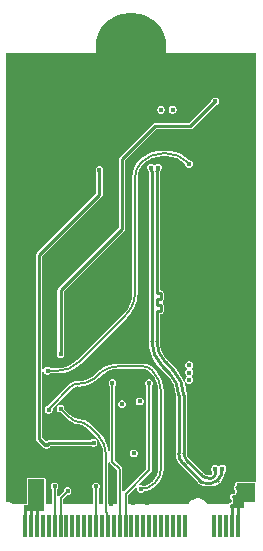
<source format=gbl>
G04*
G04 #@! TF.GenerationSoftware,Altium Limited,Altium Designer,24.4.1 (13)*
G04*
G04 Layer_Physical_Order=4*
G04 Layer_Color=16711680*
%FSLAX44Y44*%
%MOMM*%
G71*
G04*
G04 #@! TF.SameCoordinates,13FF6278-5DA1-4848-AA7E-132AFDE523C9*
G04*
G04*
G04 #@! TF.FilePolarity,Positive*
G04*
G01*
G75*
%ADD57C,0.1905*%
%ADD58C,0.2540*%
%ADD59C,0.2413*%
%ADD62C,0.4064*%
%ADD64R,0.3500X1.9500*%
%ADD65C,0.2032*%
%ADD66C,6.0000*%
G36*
X215922Y54045D02*
X214652Y53204D01*
X199489D01*
X198517Y52801D01*
X198114Y51829D01*
Y50789D01*
X197821Y50081D01*
X197315Y49575D01*
X197226Y49360D01*
X197051Y49205D01*
X196840Y48772D01*
X196818Y48399D01*
X196708Y48042D01*
X196812Y46922D01*
X197030Y46509D01*
X197209Y46078D01*
X197507Y45780D01*
X197801Y45071D01*
Y44304D01*
X197507Y43596D01*
X196965Y43054D01*
X196257Y42761D01*
X195865D01*
X195411Y42572D01*
X194946Y42409D01*
X193872Y41443D01*
X193745Y41178D01*
X193681Y41117D01*
X193641Y41096D01*
X193633Y41072D01*
X193533Y40976D01*
X193446Y40779D01*
X193440Y40542D01*
X193417Y40494D01*
X193438Y40436D01*
X193438Y40426D01*
X193335Y40089D01*
X193372Y39719D01*
X193470Y39535D01*
Y39327D01*
X193709Y39089D01*
X193868Y38791D01*
X193964Y38761D01*
X194634Y38092D01*
X194927Y37383D01*
Y36617D01*
X194634Y35908D01*
X194092Y35366D01*
X193131Y34968D01*
X192937Y34775D01*
X192685Y34670D01*
X192580Y34417D01*
X192555Y34393D01*
X174673D01*
X174123Y35217D01*
X172467Y36872D01*
X171144Y37757D01*
X171144Y37757D01*
X168981Y38652D01*
X168981Y38653D01*
X167421Y38963D01*
X165079D01*
X163519Y38653D01*
X163519Y38652D01*
X161356Y37757D01*
X160033Y36872D01*
X158377Y35217D01*
X157826Y34393D01*
X107326D01*
Y42121D01*
X113650Y48445D01*
X114727Y47726D01*
X114698Y47657D01*
Y46343D01*
X115201Y45130D01*
X116130Y44201D01*
X117343Y43698D01*
X118657D01*
X119870Y44201D01*
X120612Y44942D01*
X121749Y45054D01*
X125353Y46148D01*
X128675Y47923D01*
X131587Y50313D01*
X131588Y50312D01*
X134020Y53276D01*
X135828Y56657D01*
X136941Y60326D01*
X137317Y64142D01*
X137266D01*
Y129479D01*
X137308D01*
X136967Y133813D01*
X135952Y138041D01*
X134288Y142058D01*
X132016Y145765D01*
X129192Y149071D01*
X129215Y149094D01*
X126384Y151266D01*
X123088Y152631D01*
X119551Y153097D01*
Y153023D01*
X99278D01*
Y153065D01*
X94944Y152724D01*
X90716Y151709D01*
X86699Y150045D01*
X83205Y147904D01*
X83205Y147904D01*
X82932Y147642D01*
X82349Y147060D01*
X82347Y147057D01*
X82316Y147027D01*
X79605Y144316D01*
X79575Y144270D01*
X76484Y141734D01*
X72910Y139824D01*
X69033Y138647D01*
X66250Y138373D01*
X65000Y138325D01*
Y138325D01*
X61899Y137917D01*
X59009Y136720D01*
X57510Y135569D01*
X56530Y134818D01*
X56528Y134816D01*
X56569Y134774D01*
X39105Y117309D01*
X39071Y117343D01*
X38930Y117131D01*
X38130Y116799D01*
X37201Y115870D01*
X36698Y114657D01*
Y113343D01*
X37201Y112130D01*
X38130Y111201D01*
X39343Y110698D01*
X40657D01*
X41870Y111201D01*
X42799Y112130D01*
X43302Y113343D01*
Y114657D01*
X43173Y114968D01*
X59774Y131569D01*
X59788Y131555D01*
X59790Y131556D01*
X61315Y132726D01*
X63092Y133462D01*
X64943Y133706D01*
X65000Y133656D01*
Y133656D01*
X69929Y134141D01*
X74669Y135579D01*
X79037Y137914D01*
X79458Y138259D01*
X82865Y141056D01*
X82810Y141111D01*
X85878Y144179D01*
X86410Y144616D01*
X90414Y146756D01*
X94760Y148074D01*
X99184Y148510D01*
X99278Y148491D01*
X119551D01*
Y148485D01*
X121895Y148177D01*
X124079Y147272D01*
X125954Y145833D01*
X126764Y144899D01*
X128858Y142347D01*
X130999Y138343D01*
X132317Y133998D01*
X132753Y129573D01*
X132734Y129479D01*
Y64142D01*
X132723D01*
X132435Y61223D01*
X131583Y58415D01*
X130201Y55828D01*
X128339Y53560D01*
X127397Y52770D01*
X125338Y51190D01*
X121798Y49724D01*
X120161Y49509D01*
X119870Y49799D01*
X118657Y50302D01*
X117343D01*
X117274Y50273D01*
X116555Y51350D01*
X126602Y61398D01*
X127093Y62133D01*
X127266Y63000D01*
Y134346D01*
X127799Y134880D01*
X128302Y136093D01*
Y137407D01*
X127799Y138620D01*
X126870Y139549D01*
X125657Y140052D01*
X124343D01*
X123130Y139549D01*
X122201Y138620D01*
X121698Y137407D01*
Y136093D01*
X122201Y134880D01*
X122734Y134346D01*
Y63939D01*
X103596Y44801D01*
X103025Y44889D01*
X102326Y45255D01*
Y63940D01*
X102154Y64807D01*
X101662Y65542D01*
X96266Y70939D01*
Y134346D01*
X96799Y134880D01*
X97302Y136093D01*
Y137407D01*
X96799Y138620D01*
X95870Y139549D01*
X94657Y140052D01*
X93343D01*
X92130Y139549D01*
X91201Y138620D01*
X90698Y137407D01*
Y136093D01*
X91201Y134880D01*
X91734Y134346D01*
Y79035D01*
X90464Y78973D01*
X90202Y81630D01*
X88897Y85933D01*
X86777Y89899D01*
X83925Y93375D01*
X83877Y93327D01*
X83877Y93327D01*
X76285Y100919D01*
X76285Y100919D01*
X76323Y100957D01*
X73286Y103449D01*
X70371Y105007D01*
X69821Y105301D01*
X66061Y106442D01*
X62824Y106761D01*
X60787Y107849D01*
X58453Y109765D01*
X58447Y109758D01*
X53302Y114903D01*
Y115657D01*
X52799Y116870D01*
X51870Y117799D01*
X50657Y118302D01*
X49343D01*
X48130Y117799D01*
X47201Y116870D01*
X46698Y115657D01*
Y114343D01*
X47201Y113130D01*
X48130Y112201D01*
X49343Y111698D01*
X50097D01*
X55242Y106553D01*
X55205Y106516D01*
X58235Y104030D01*
X61011Y102546D01*
X61226Y102431D01*
Y102431D01*
X61275Y102420D01*
X61284Y102414D01*
X62146Y102234D01*
X62151Y102233D01*
X62151Y102233D01*
X65165Y101936D01*
X68063Y101057D01*
X70733Y99629D01*
X73074Y97708D01*
X73081Y97715D01*
X73081Y97715D01*
X80673Y90122D01*
X80687Y90113D01*
X82957Y87346D01*
X84653Y84175D01*
X85696Y80734D01*
X86047Y77172D01*
X86044Y77155D01*
Y34393D01*
X82296D01*
Y46626D01*
X82799Y47130D01*
X83302Y48343D01*
Y49657D01*
X82799Y50870D01*
X81870Y51799D01*
X80657Y52302D01*
X79343D01*
X78130Y51799D01*
X77201Y50870D01*
X76698Y49657D01*
Y48343D01*
X77201Y47130D01*
X77764Y46566D01*
Y34393D01*
X52326D01*
Y38121D01*
X55903Y41698D01*
X56657D01*
X57870Y42201D01*
X58799Y43130D01*
X59302Y44343D01*
Y45657D01*
X58799Y46870D01*
X57870Y47799D01*
X56657Y48302D01*
X55343D01*
X54130Y47799D01*
X53201Y46870D01*
X52698Y45657D01*
Y44903D01*
X48566Y40771D01*
X48111Y40826D01*
X47296Y41210D01*
Y46626D01*
X47799Y47130D01*
X48302Y48343D01*
Y49657D01*
X47799Y50870D01*
X46870Y51799D01*
X45657Y52302D01*
X44343D01*
X43130Y51799D01*
X42201Y50870D01*
X41698Y49657D01*
Y48343D01*
X42201Y47130D01*
X42764Y46566D01*
Y34393D01*
X37375D01*
Y55000D01*
X36972Y55972D01*
X36000Y56375D01*
X22598D01*
X21626Y55972D01*
X21223Y55000D01*
Y34393D01*
X10137D01*
X10088Y34425D01*
X10088Y34425D01*
X8286Y35172D01*
X7699Y35289D01*
X7125Y35463D01*
X6150Y35559D01*
X5948Y35539D01*
X5750Y35578D01*
X4078D01*
X4078Y415922D01*
X215922D01*
X215922Y54045D01*
D02*
G37*
G36*
X91906Y69133D02*
X92398Y68398D01*
X97794Y63001D01*
Y34393D01*
X90576D01*
Y69311D01*
X91846Y69437D01*
X91906Y69133D01*
D02*
G37*
G36*
X215000Y36000D02*
X205000D01*
Y31000D01*
X193657D01*
Y33698D01*
X194870Y34201D01*
X195799Y35130D01*
X196302Y36343D01*
Y37657D01*
X195799Y38870D01*
X194870Y39799D01*
X194740Y39853D01*
X194703Y40224D01*
X194790Y40420D01*
X195865Y41386D01*
X196530D01*
X197744Y41889D01*
X198672Y42818D01*
X199175Y44031D01*
Y45345D01*
X198672Y46558D01*
X198181Y47050D01*
X198076Y48170D01*
X198287Y48603D01*
X198986Y49302D01*
X199489Y50516D01*
Y51829D01*
X215000D01*
Y36000D01*
D02*
G37*
G36*
X36000Y31000D02*
Y28000D01*
X19000D01*
Y33000D01*
X22598D01*
Y55000D01*
X36000D01*
Y31000D01*
D02*
G37*
%LPC*%
G36*
X145657Y371302D02*
X144343D01*
X143130Y370799D01*
X142201Y369870D01*
X141698Y368657D01*
Y367343D01*
X142201Y366130D01*
X143130Y365201D01*
X144343Y364698D01*
X145657D01*
X146870Y365201D01*
X147799Y366130D01*
X148302Y367343D01*
Y368657D01*
X147799Y369870D01*
X146870Y370799D01*
X145657Y371302D01*
D02*
G37*
G36*
X135657D02*
X134343D01*
X133130Y370799D01*
X132201Y369870D01*
X131698Y368657D01*
Y367343D01*
X132201Y366130D01*
X133130Y365201D01*
X134343Y364698D01*
X135657D01*
X136870Y365201D01*
X137799Y366130D01*
X138302Y367343D01*
Y368657D01*
X137799Y369870D01*
X136870Y370799D01*
X135657Y371302D01*
D02*
G37*
G36*
X139479Y333308D02*
Y333266D01*
X136393D01*
Y333308D01*
X132059Y332967D01*
X127831Y331952D01*
X123814Y330288D01*
X120107Y328016D01*
X116801Y325192D01*
X116790Y325203D01*
X114194Y322040D01*
X112266Y318432D01*
X111078Y314517D01*
X110677Y310445D01*
X110734D01*
Y212521D01*
X110753Y212427D01*
X110317Y208002D01*
X108999Y203657D01*
X106859Y199653D01*
X104763Y197099D01*
X103958Y196163D01*
X103078Y195282D01*
X63837Y156042D01*
X63784Y155962D01*
X60347Y153141D01*
X56343Y151001D01*
X51998Y149683D01*
X47573Y149247D01*
X47479Y149266D01*
X41404D01*
X40870Y149799D01*
X39657Y150302D01*
X38343D01*
X37130Y149799D01*
X36201Y148870D01*
X35860Y148047D01*
X34590Y148300D01*
Y243927D01*
X84831Y294169D01*
X85393Y295009D01*
X85590Y296000D01*
Y314920D01*
X85799Y315130D01*
X86302Y316343D01*
Y317657D01*
X85799Y318870D01*
X84870Y319799D01*
X83657Y320302D01*
X82343D01*
X81130Y319799D01*
X80201Y318870D01*
X79698Y317657D01*
Y316343D01*
X80201Y315130D01*
X80410Y314920D01*
Y297073D01*
X30169Y246831D01*
X29607Y245991D01*
X29410Y245000D01*
Y89000D01*
X29607Y88009D01*
X30169Y87169D01*
X35169Y82169D01*
X35190Y82154D01*
X35201Y82130D01*
X36130Y81201D01*
X37343Y80698D01*
X38657D01*
X39870Y81201D01*
X40799Y82130D01*
X41220Y83145D01*
X41485Y83410D01*
X75920D01*
X76130Y83201D01*
X77343Y82698D01*
X78657D01*
X79870Y83201D01*
X80799Y84130D01*
X81302Y85343D01*
Y86657D01*
X80799Y87870D01*
X79870Y88799D01*
X78657Y89302D01*
X77343D01*
X76130Y88799D01*
X75920Y88590D01*
X40412D01*
X39421Y88393D01*
X38581Y87831D01*
X38052Y87302D01*
X37360D01*
X34590Y90073D01*
Y145700D01*
X35860Y145953D01*
X36201Y145130D01*
X37130Y144201D01*
X38343Y143698D01*
X39657D01*
X40870Y144201D01*
X41404Y144734D01*
X47479D01*
Y144692D01*
X51814Y145033D01*
X56041Y146048D01*
X60058Y147712D01*
X63765Y149984D01*
X67071Y152808D01*
X67042Y152837D01*
X106265Y192060D01*
X107192Y192929D01*
X107192Y192929D01*
X110016Y196235D01*
X112288Y199942D01*
X113952Y203959D01*
X114380Y205744D01*
X114405Y205781D01*
X114483Y206170D01*
X114967Y208187D01*
X115308Y212521D01*
X115266D01*
Y310445D01*
X115271D01*
X115584Y313620D01*
X116510Y316674D01*
X118014Y319488D01*
X120039Y321955D01*
X120973Y322764D01*
X123525Y324859D01*
X127529Y326999D01*
X131875Y328317D01*
X136299Y328753D01*
X136393Y328734D01*
X139479D01*
X139573Y328753D01*
X143998Y328317D01*
X148343Y326999D01*
X152347Y324859D01*
X155698Y322108D01*
Y321343D01*
X156201Y320130D01*
X157130Y319201D01*
X158343Y318698D01*
X159657D01*
X160870Y319201D01*
X161799Y320130D01*
X162302Y321343D01*
Y322657D01*
X161799Y323870D01*
X160870Y324799D01*
X159657Y325302D01*
X158943D01*
X155765Y328016D01*
X152058Y330288D01*
X148041Y331952D01*
X143813Y332967D01*
X139479Y333308D01*
D02*
G37*
G36*
X133187Y322302D02*
X131873D01*
X130659Y321799D01*
X130328Y321467D01*
X129498Y321001D01*
X128668Y321467D01*
X128336Y321799D01*
X127123Y322302D01*
X125809D01*
X124595Y321799D01*
X123666Y320871D01*
X123164Y319657D01*
Y318343D01*
X123666Y317130D01*
X124394Y316403D01*
X124510Y315815D01*
X124805Y315374D01*
X124877Y315200D01*
Y171866D01*
X124827D01*
X125221Y166857D01*
X126394Y161972D01*
X128317Y157331D01*
X130942Y153047D01*
X134204Y149227D01*
X134204Y149227D01*
X135138Y148364D01*
X140775Y142727D01*
X140866Y142667D01*
X143646Y139278D01*
X145763Y135318D01*
X147067Y131021D01*
X147496Y126659D01*
X147475Y126552D01*
Y76972D01*
X147400D01*
X147892Y73238D01*
X149333Y69758D01*
X151626Y66770D01*
X151626Y66770D01*
X152577Y65925D01*
X166355Y52147D01*
X167245Y51245D01*
X167245Y51245D01*
X168638Y50176D01*
X170259Y49504D01*
X172000Y49275D01*
Y49284D01*
X177596D01*
Y49246D01*
X180221Y49591D01*
X182668Y50605D01*
X184769Y52217D01*
Y52217D01*
X185543Y53166D01*
X186852Y54761D01*
X188387Y57634D01*
X189333Y60751D01*
X189422Y61657D01*
X189895Y62130D01*
X190397Y63343D01*
Y64657D01*
X189895Y65870D01*
X188966Y66799D01*
X187752Y67302D01*
X186439D01*
X185225Y66799D01*
X184893Y66467D01*
X184063Y66001D01*
X183234Y66467D01*
X182902Y66799D01*
X181688Y67302D01*
X180375D01*
X179161Y66799D01*
X178232Y65870D01*
X177729Y64657D01*
Y63343D01*
X178232Y62130D01*
X178507Y61855D01*
Y59939D01*
X178385Y59476D01*
X177586Y58537D01*
X177574Y58525D01*
X175500D01*
X175409Y58507D01*
X173219Y58943D01*
X171362Y60184D01*
X171311Y60260D01*
X158233Y73338D01*
X158187Y73369D01*
X157090Y75010D01*
X156705Y76946D01*
X156716Y77000D01*
Y126581D01*
X156766D01*
X156371Y131602D01*
X155196Y136499D01*
X153268Y141152D01*
X150637Y145447D01*
X147366Y149277D01*
X147330Y149241D01*
X147330Y149241D01*
X140785Y155785D01*
X140696Y155845D01*
X137929Y159218D01*
X135822Y163158D01*
X134525Y167434D01*
X134097Y171776D01*
X134118Y171881D01*
Y191400D01*
Y195035D01*
X134803D01*
X135769Y195227D01*
X136589Y195774D01*
X137136Y196594D01*
X137328Y197560D01*
Y202513D01*
X137136Y203479D01*
X136589Y204298D01*
Y205680D01*
X137136Y206500D01*
X137328Y207466D01*
Y212419D01*
X137136Y213385D01*
X136589Y214204D01*
X135769Y214752D01*
X134803Y214944D01*
X134118D01*
Y216236D01*
X134231Y216406D01*
X134424Y217372D01*
Y222325D01*
X134231Y223291D01*
X134118Y223460D01*
Y257000D01*
Y315200D01*
X134190Y315374D01*
X134485Y315815D01*
X134602Y316403D01*
X135329Y317130D01*
X135832Y318343D01*
Y319657D01*
X135329Y320871D01*
X134400Y321799D01*
X133187Y322302D01*
D02*
G37*
G36*
X181657Y378302D02*
X180343D01*
X179130Y377799D01*
X178201Y376870D01*
X177698Y375657D01*
Y375360D01*
X158927Y356590D01*
X130000D01*
X129009Y356393D01*
X128169Y355831D01*
X100169Y327831D01*
X99607Y326991D01*
X99410Y326000D01*
Y268073D01*
X48169Y216831D01*
X47607Y215991D01*
X47410Y215000D01*
Y163080D01*
X47201Y162870D01*
X46698Y161657D01*
Y160343D01*
X47201Y159130D01*
X48130Y158201D01*
X49343Y157698D01*
X50657D01*
X51870Y158201D01*
X52799Y159130D01*
X53302Y160343D01*
Y161657D01*
X52799Y162870D01*
X52590Y163080D01*
Y213927D01*
X103831Y265169D01*
X104393Y266009D01*
X104590Y267000D01*
Y324927D01*
X131073Y351410D01*
X160000D01*
X160991Y351607D01*
X161831Y352169D01*
X181360Y371698D01*
X181657D01*
X182870Y372201D01*
X183799Y373130D01*
X184302Y374343D01*
Y375657D01*
X183799Y376870D01*
X182870Y377799D01*
X181657Y378302D01*
D02*
G37*
G36*
X159657Y155302D02*
X158343D01*
X157130Y154799D01*
X156201Y153870D01*
X155698Y152657D01*
Y151343D01*
X156201Y150130D01*
X156795Y149535D01*
X157008Y148750D01*
X156795Y147965D01*
X156201Y147370D01*
X155698Y146157D01*
Y144843D01*
X156201Y143630D01*
X156563Y143267D01*
X156993Y142437D01*
X156563Y141608D01*
X156201Y141245D01*
X155698Y140031D01*
Y138718D01*
X156201Y137504D01*
X157130Y136575D01*
X158343Y136073D01*
X159657D01*
X160870Y136575D01*
X161799Y137504D01*
X162302Y138718D01*
Y140031D01*
X161799Y141245D01*
X161437Y141608D01*
X161007Y142437D01*
X161437Y143267D01*
X161799Y143630D01*
X162302Y144843D01*
Y146157D01*
X161799Y147370D01*
X161205Y147965D01*
X160993Y148750D01*
X161205Y149535D01*
X161799Y150130D01*
X162302Y151343D01*
Y152657D01*
X161799Y153870D01*
X160870Y154799D01*
X159657Y155302D01*
D02*
G37*
G36*
X117657Y124302D02*
X116343D01*
X115130Y123799D01*
X114201Y122870D01*
X113698Y121657D01*
Y120343D01*
X114201Y119130D01*
X115130Y118201D01*
X116343Y117698D01*
X117657D01*
X118870Y118201D01*
X119799Y119130D01*
X120302Y120343D01*
Y121657D01*
X119799Y122870D01*
X118870Y123799D01*
X117657Y124302D01*
D02*
G37*
G36*
X102657Y122302D02*
X101343D01*
X100130Y121799D01*
X99201Y120870D01*
X98698Y119657D01*
Y118343D01*
X99201Y117130D01*
X100130Y116201D01*
X101343Y115698D01*
X102657D01*
X103870Y116201D01*
X104799Y117130D01*
X105302Y118343D01*
Y119657D01*
X104799Y120870D01*
X103870Y121799D01*
X102657Y122302D01*
D02*
G37*
G36*
X112657Y80302D02*
X111343D01*
X110130Y79799D01*
X109201Y78870D01*
X108698Y77657D01*
Y76343D01*
X109201Y75130D01*
X110130Y74201D01*
X111343Y73698D01*
X112657D01*
X113870Y74201D01*
X114799Y75130D01*
X115302Y76343D01*
Y77657D01*
X114799Y78870D01*
X113870Y79799D01*
X112657Y80302D01*
D02*
G37*
%LPD*%
D57*
X56844Y108156D02*
G03*
X62151Y104508I12499J12499D01*
G01*
X69439Y102940D02*
G03*
X62151Y104508I-7287J-16155D01*
G01*
X74683Y99317D02*
G03*
X69439Y102940I-12532J-12532D01*
G01*
X40707Y115707D02*
G03*
X40000Y114000I1707J-1707D01*
G01*
X47479Y147000D02*
G03*
X65440Y154439I0J25400D01*
G01*
X88310Y77155D02*
G03*
X82275Y91725I-20604J0D01*
G01*
X99278Y150757D02*
G03*
X84534Y146040I0J-25400D01*
G01*
X78141Y140141D02*
G03*
X81208Y142713I-13141J18780D01*
G01*
X65000Y136000D02*
G03*
X78141Y140141I0J22921D01*
G01*
X58174Y133174D02*
G03*
X58172Y133172I6826J-6830D01*
G01*
X65000Y136000D02*
G03*
X58174Y133174I0J-9657D01*
G01*
X127561Y147439D02*
G03*
X119551Y150757I-8010J-8010D01*
G01*
X135000Y129479D02*
G03*
X127561Y147439I-25400J0D01*
G01*
X129950Y51950D02*
G03*
X135000Y64142I-12192J12192D01*
G01*
X118000Y47000D02*
G03*
X129950Y51950I0J16900D01*
G01*
X90060Y24324D02*
G03*
X88756Y27473I-4453J0D01*
G01*
X88310Y28697D02*
G03*
X88756Y27473I1905J0D01*
G01*
X112312Y206648D02*
G03*
X113000Y212521I-24712J5873D01*
G01*
X105561Y194561D02*
G03*
X112312Y206648I-17960J17960D01*
G01*
X118433Y323560D02*
G03*
X113000Y310445I13116J-13116D01*
G01*
X136393Y331000D02*
G03*
X118433Y323560I0J-25400D01*
G01*
X157439D02*
G03*
X139479Y331000I-17960J-17960D01*
G01*
X39000Y147000D02*
X47479D01*
X74683Y99317D02*
X82275Y91725D01*
X50000Y115000D02*
X56844Y108156D01*
X58172Y133172D02*
X58174Y133174D01*
X40707Y115707D02*
X58172Y133172D01*
X88310Y28697D02*
Y77155D01*
X84534Y146040D02*
X84534Y146040D01*
X81208Y142713D02*
X84534Y146040D01*
X65440Y154439D02*
X105561Y194561D01*
X99278Y150757D02*
X119551D01*
X135000Y64142D02*
Y129479D01*
X90060Y15250D02*
Y24324D01*
X113000Y212521D02*
Y310445D01*
X100060Y15250D02*
Y63940D01*
X94000Y70000D02*
X100060Y63940D01*
X94000Y70000D02*
Y136750D01*
X125000Y63000D02*
Y136750D01*
X105060Y43060D02*
X125000Y63000D01*
X136393Y331000D02*
X139479D01*
X157439Y323560D02*
X159000Y322000D01*
X105060Y15250D02*
Y43060D01*
X80030Y15280D02*
Y48970D01*
X45030Y15280D02*
Y48970D01*
X50060Y39060D02*
X56000Y45000D01*
X50060Y15250D02*
Y39060D01*
D58*
X195060Y15250D02*
Y31788D01*
X200060Y15250D02*
Y34198D01*
X199696D02*
X200060D01*
X38412Y84000D02*
X40412Y86000D01*
X78000D01*
X38000Y84000D02*
X38412D01*
X130000Y354000D02*
X160000D01*
X102000Y326000D02*
X130000Y354000D01*
X102000Y267000D02*
Y326000D01*
X50000Y215000D02*
X102000Y267000D01*
X160000Y354000D02*
X181000Y375000D01*
X50000Y161000D02*
Y215000D01*
X37000Y84000D02*
X38000D01*
X32000Y89000D02*
X37000Y84000D01*
X32000Y89000D02*
Y245000D01*
X83000Y296000D01*
Y317000D01*
X20060Y15250D02*
Y30000D01*
X25060Y15250D02*
Y32027D01*
X30060Y15250D02*
Y31802D01*
D59*
X182978Y54051D02*
G03*
X187096Y63992I-9941J9941D01*
G01*
X177596Y51809D02*
G03*
X182956Y54029I0J7581D01*
G01*
X169037Y53036D02*
G03*
X172000Y51809I2964J2963D01*
G01*
X150000Y76972D02*
G03*
X153464Y68609I11828J0D01*
G01*
X150000Y126552D02*
G03*
X142561Y144513I-25400J0D01*
G01*
X127402Y171866D02*
G03*
X136025Y151048I29441J0D01*
G01*
X127402Y315696D02*
G03*
X127092Y316445I-1059J0D01*
G01*
X126782Y317194D02*
G03*
X127092Y316445I1059J0D01*
G01*
X126782Y318237D02*
G03*
X126466Y319000I-1079J0D01*
G01*
X177586Y56000D02*
G03*
X180000Y57000I0J3414D01*
G01*
X169525Y58475D02*
G03*
X175500Y56000I5975J5975D01*
G01*
X154191Y77000D02*
G03*
X156447Y71553I7704J0D01*
G01*
X154191Y126581D02*
G03*
X145545Y147455I-29521J0D01*
G01*
X131593Y171881D02*
G03*
X139000Y154000I25288J0D01*
G01*
X131904Y316445D02*
G03*
X131593Y315696I749J-749D01*
G01*
X132530Y319000D02*
G03*
X132214Y318237I763J-763D01*
G01*
X180000Y57000D02*
G03*
X181031Y59490I-2490J2490D01*
G01*
X131904Y316445D02*
G03*
X132214Y317194I-749J749D01*
G01*
X131593Y222325D02*
Y257000D01*
Y222325D02*
X131898D01*
Y217372D02*
Y222325D01*
X131593Y217372D02*
X131898D01*
X131593Y212419D02*
Y217372D01*
Y212419D02*
X134803D01*
Y207466D02*
Y212419D01*
X131593Y207466D02*
X134803D01*
X131593Y202513D02*
Y207466D01*
Y202513D02*
X134803D01*
Y197560D02*
Y202513D01*
X131593Y197560D02*
X134803D01*
X131593Y191400D02*
Y197560D01*
Y257000D02*
Y315696D01*
Y171881D02*
Y191400D01*
X182956Y54029D02*
X182978Y54051D01*
X172000Y51809D02*
X177596D01*
X150000Y76972D02*
Y126552D01*
X136025Y151048D02*
X142561Y144513D01*
X127402Y171866D02*
Y315696D01*
X126782Y317194D02*
Y318237D01*
X175500Y56000D02*
X177586D01*
X154191Y77000D02*
Y126581D01*
X139000Y154000D02*
X145545Y147455D01*
X132214Y317194D02*
Y318237D01*
X181031Y59490D02*
Y64000D01*
X187096Y63992D02*
Y64000D01*
X156447Y71553D02*
X169525Y58475D01*
X153464Y68609D02*
X169037Y53036D01*
D62*
X213640Y410220D02*
D03*
X209830Y402600D02*
D03*
X213640Y394980D02*
D03*
X209830Y387360D02*
D03*
X206020Y410220D02*
D03*
X202210Y402600D02*
D03*
X206020Y394980D02*
D03*
X202210Y387360D02*
D03*
Y174000D02*
D03*
Y158760D02*
D03*
Y143520D02*
D03*
X198400Y410220D02*
D03*
X194590Y402600D02*
D03*
X198400Y394980D02*
D03*
X194590Y387360D02*
D03*
X190780Y410220D02*
D03*
X186970Y402600D02*
D03*
X190780Y394980D02*
D03*
X186970Y387360D02*
D03*
X183160Y410220D02*
D03*
X179350Y402600D02*
D03*
X183160Y394980D02*
D03*
X179350Y387360D02*
D03*
X175540Y410220D02*
D03*
X171730Y402600D02*
D03*
X175540Y394980D02*
D03*
X171730Y387360D02*
D03*
X167920Y410220D02*
D03*
X164110Y402600D02*
D03*
X167920Y394980D02*
D03*
X164110Y387360D02*
D03*
X160300Y410220D02*
D03*
X156490Y402600D02*
D03*
X160300Y394980D02*
D03*
X156490Y387360D02*
D03*
X152680Y410220D02*
D03*
X148870Y402600D02*
D03*
X152680Y394980D02*
D03*
X148870Y387360D02*
D03*
X145060Y410220D02*
D03*
X141250Y402600D02*
D03*
X145060Y394980D02*
D03*
X141250Y387360D02*
D03*
X137440Y394980D02*
D03*
X133630Y387360D02*
D03*
X126010D02*
D03*
X110770Y372120D02*
D03*
X106960Y379740D02*
D03*
X103150Y372120D02*
D03*
X106960Y364500D02*
D03*
X103150Y341640D02*
D03*
X95530Y387360D02*
D03*
X99340Y379740D02*
D03*
X95530Y372120D02*
D03*
X99340Y364500D02*
D03*
X95530Y341640D02*
D03*
Y311160D02*
D03*
Y295920D02*
D03*
Y280680D02*
D03*
X87910Y387360D02*
D03*
X91720Y379740D02*
D03*
X87910Y372120D02*
D03*
X91720Y364500D02*
D03*
X87910Y341640D02*
D03*
Y326400D02*
D03*
X91720Y303540D02*
D03*
Y288300D02*
D03*
X87910Y280680D02*
D03*
X91720Y273060D02*
D03*
X87910Y265440D02*
D03*
X80290Y402600D02*
D03*
X84100Y394980D02*
D03*
X80290Y387360D02*
D03*
X84100Y379740D02*
D03*
X80290Y372120D02*
D03*
X84100Y364500D02*
D03*
Y334020D02*
D03*
X80290Y326400D02*
D03*
Y280680D02*
D03*
X84100Y273060D02*
D03*
X80290Y265440D02*
D03*
X76480Y410220D02*
D03*
X72670Y402600D02*
D03*
X76480Y394980D02*
D03*
X72670Y387360D02*
D03*
X76480Y379740D02*
D03*
X72670Y372120D02*
D03*
X76480Y334020D02*
D03*
X72670Y326400D02*
D03*
X76480Y318780D02*
D03*
Y273060D02*
D03*
X72670Y265440D02*
D03*
X68860Y410220D02*
D03*
X65050Y402600D02*
D03*
X68860Y394980D02*
D03*
X65050Y387360D02*
D03*
X68860Y379740D02*
D03*
X65050Y372120D02*
D03*
X68860Y334020D02*
D03*
X65050Y326400D02*
D03*
X68860Y318780D02*
D03*
Y273060D02*
D03*
X65050Y265440D02*
D03*
X61240Y379740D02*
D03*
X57430Y372120D02*
D03*
X61240Y334020D02*
D03*
X57430Y326400D02*
D03*
Y280680D02*
D03*
X53620Y379740D02*
D03*
X49810Y372120D02*
D03*
Y280680D02*
D03*
X42190D02*
D03*
X46000Y273060D02*
D03*
X42190Y265440D02*
D03*
X38380Y410220D02*
D03*
X34570Y402600D02*
D03*
Y280680D02*
D03*
X38380Y273060D02*
D03*
X34570Y265440D02*
D03*
X30760Y410220D02*
D03*
X26950Y326400D02*
D03*
X30760Y318780D02*
D03*
X26950Y311160D02*
D03*
X30760Y303540D02*
D03*
X26950Y295920D02*
D03*
X30760Y288300D02*
D03*
X26950Y280680D02*
D03*
X30760Y273060D02*
D03*
X26950Y265440D02*
D03*
X19330Y372120D02*
D03*
X23140Y364500D02*
D03*
X19330Y356880D02*
D03*
X23140Y349260D02*
D03*
X19330Y341640D02*
D03*
X23140Y334020D02*
D03*
X19330Y326400D02*
D03*
X23140Y318780D02*
D03*
X19330Y311160D02*
D03*
X23140Y303540D02*
D03*
X19330Y295920D02*
D03*
X23140Y288300D02*
D03*
X19330Y280680D02*
D03*
X23140Y273060D02*
D03*
X19330Y265440D02*
D03*
Y250200D02*
D03*
Y234960D02*
D03*
Y219720D02*
D03*
Y204480D02*
D03*
Y189240D02*
D03*
Y174000D02*
D03*
Y158760D02*
D03*
Y143520D02*
D03*
Y128280D02*
D03*
Y113040D02*
D03*
Y97800D02*
D03*
Y82560D02*
D03*
Y67320D02*
D03*
X15520Y379740D02*
D03*
X11710Y372120D02*
D03*
X15520Y364500D02*
D03*
X11710Y356880D02*
D03*
X15520Y349260D02*
D03*
X11710Y341640D02*
D03*
X15520Y334020D02*
D03*
X11710Y326400D02*
D03*
X15520Y318780D02*
D03*
X11710Y311160D02*
D03*
X15520Y303540D02*
D03*
X11710Y295920D02*
D03*
X15520Y288300D02*
D03*
X11710Y280680D02*
D03*
X15520Y273060D02*
D03*
X11710Y265440D02*
D03*
X15520Y257820D02*
D03*
X11710Y250200D02*
D03*
X15520Y242580D02*
D03*
X11710Y234960D02*
D03*
X15520Y227340D02*
D03*
X11710Y219720D02*
D03*
X15520Y212100D02*
D03*
X11710Y204480D02*
D03*
X15520Y196860D02*
D03*
X11710Y189240D02*
D03*
X15520Y181620D02*
D03*
X11710Y174000D02*
D03*
X15520Y166380D02*
D03*
X11710Y158760D02*
D03*
X15520Y151140D02*
D03*
X11710Y143520D02*
D03*
X15520Y135900D02*
D03*
X11710Y128280D02*
D03*
X15520Y120660D02*
D03*
X11710Y113040D02*
D03*
X15520Y105420D02*
D03*
X11710Y97800D02*
D03*
X15520Y90180D02*
D03*
X11710Y82560D02*
D03*
X15520Y74940D02*
D03*
X11710Y67320D02*
D03*
X15520Y59700D02*
D03*
X204114Y40000D02*
D03*
X69468Y121045D02*
D03*
X40000Y114000D02*
D03*
X50000Y115000D02*
D03*
X39000Y147000D02*
D03*
X118000Y47000D02*
D03*
X200000Y78350D02*
D03*
X207794Y79007D02*
D03*
X203112Y61996D02*
D03*
X211343Y71000D02*
D03*
X212000Y61000D02*
D03*
X63000Y38000D02*
D03*
X193000Y37000D02*
D03*
X208000Y193000D02*
D03*
X205000Y239000D02*
D03*
X206000Y215000D02*
D03*
Y259000D02*
D03*
Y268000D02*
D03*
Y276000D02*
D03*
X32151Y339810D02*
D03*
X31576Y332800D02*
D03*
X35076Y326800D02*
D03*
X38651Y320417D02*
D03*
X43408Y314602D02*
D03*
X55998Y314097D02*
D03*
X54580Y320095D02*
D03*
X50238Y325800D02*
D03*
X47228Y332057D02*
D03*
X46887Y338234D02*
D03*
X46651Y344528D02*
D03*
X41962Y367714D02*
D03*
X39820Y373823D02*
D03*
X31485Y353188D02*
D03*
X30909Y359800D02*
D03*
X29145Y365800D02*
D03*
X33000Y393477D02*
D03*
X23000Y383750D02*
D03*
X24523Y377500D02*
D03*
X28054Y371915D02*
D03*
X31719Y347000D02*
D03*
X46267Y350969D02*
D03*
X43782Y379467D02*
D03*
X41000Y393477D02*
D03*
X9000Y395000D02*
D03*
Y408000D02*
D03*
X62000Y394000D02*
D03*
X73000Y38000D02*
D03*
X187096Y64000D02*
D03*
X181031D02*
D03*
X78000Y86000D02*
D03*
X132530Y319000D02*
D03*
X126466D02*
D03*
X112000Y77000D02*
D03*
X106000Y106000D02*
D03*
X117000Y121000D02*
D03*
X102000Y119000D02*
D03*
X125000Y136750D02*
D03*
X94000D02*
D03*
X38000Y84000D02*
D03*
X83000Y317000D02*
D03*
X159000Y322000D02*
D03*
X50000Y161000D02*
D03*
X190000Y354000D02*
D03*
X177000Y340000D02*
D03*
X181000Y375000D02*
D03*
X145000Y368000D02*
D03*
X135000D02*
D03*
X95000Y334000D02*
D03*
X79000Y360000D02*
D03*
X39010Y160198D02*
D03*
X64425Y314602D02*
D03*
X36000Y314802D02*
D03*
X199000Y90000D02*
D03*
Y101000D02*
D03*
X198000Y117000D02*
D03*
Y126000D02*
D03*
X188000Y136000D02*
D03*
Y148000D02*
D03*
Y160000D02*
D03*
X159000Y152000D02*
D03*
Y145500D02*
D03*
Y139375D02*
D03*
X176000Y44000D02*
D03*
X195873Y44688D02*
D03*
X196187Y51172D02*
D03*
X111000Y35000D02*
D03*
X203458Y48255D02*
D03*
X211000Y40000D02*
D03*
Y47870D02*
D03*
X152000Y36000D02*
D03*
X137000D02*
D03*
X123000Y35000D02*
D03*
X93000Y34000D02*
D03*
X33000Y31000D02*
D03*
Y38000D02*
D03*
X32880Y45166D02*
D03*
X33000Y51645D02*
D03*
X15000Y50312D02*
D03*
X12791Y42000D02*
D03*
X6395Y41971D02*
D03*
X6826Y50312D02*
D03*
X80000Y49000D02*
D03*
X45000D02*
D03*
X56000Y45000D02*
D03*
D64*
X140060Y15250D02*
D03*
X135060D02*
D03*
X130060D02*
D03*
X125060D02*
D03*
X120060D02*
D03*
X115060D02*
D03*
X110060D02*
D03*
X155060D02*
D03*
X150060D02*
D03*
X80060D02*
D03*
X90060D02*
D03*
X85060D02*
D03*
X95060D02*
D03*
X75060D02*
D03*
X70060D02*
D03*
X65060D02*
D03*
X60060D02*
D03*
X55060D02*
D03*
X50060D02*
D03*
X45060D02*
D03*
X40060D02*
D03*
X35060D02*
D03*
X30060D02*
D03*
X25060D02*
D03*
X100060D02*
D03*
X105060D02*
D03*
X145060D02*
D03*
X185060D02*
D03*
X200060D02*
D03*
X195060D02*
D03*
X190060D02*
D03*
X180060D02*
D03*
X20060D02*
D03*
D65*
X80030Y15280D02*
X80060Y15250D01*
X80000Y49000D02*
X80030Y48970D01*
X45030Y15280D02*
X45060Y15250D01*
X45000Y49000D02*
X45030Y48970D01*
D66*
X110000Y420000D02*
D03*
M02*

</source>
